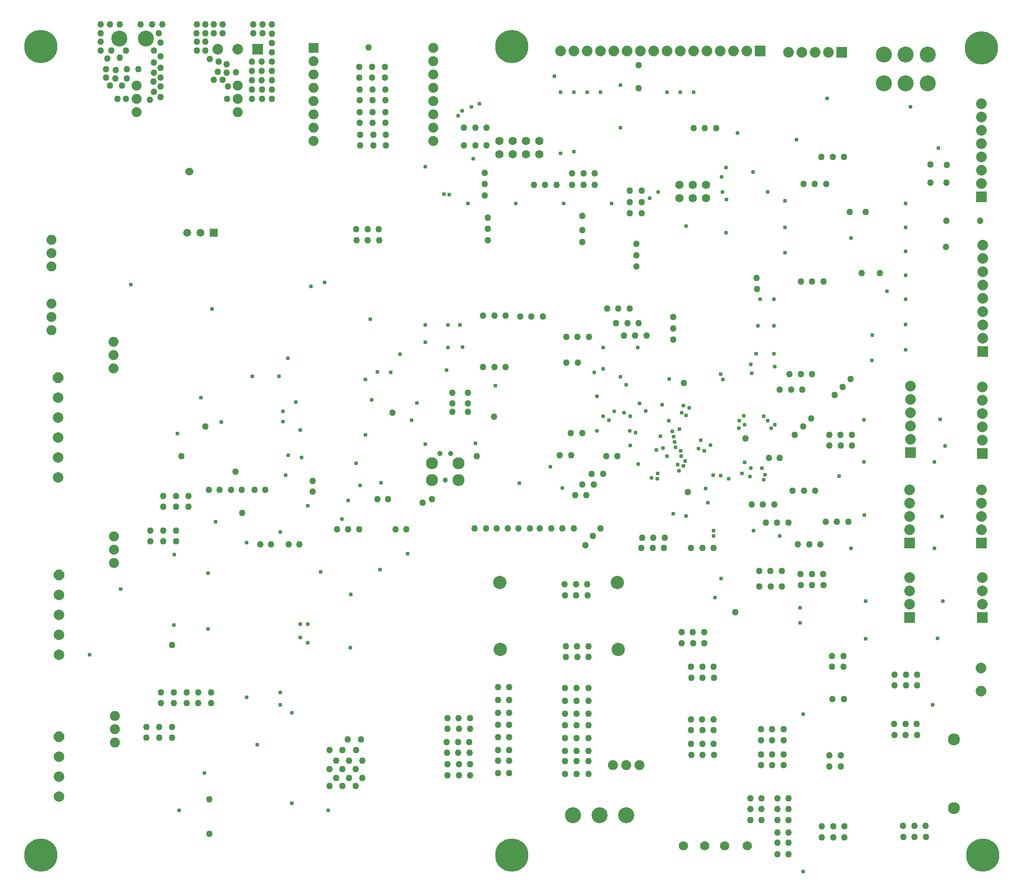
<source format=gbs>
G04*
G04 #@! TF.GenerationSoftware,Altium Limited,Altium Designer,20.0.2 (26)*
G04*
G04 Layer_Color=16711935*
%FSLAX25Y25*%
%MOIN*%
G70*
G01*
G75*
%ADD35C,0.03100*%
%ADD40R,0.08000X0.08000*%
%ADD60C,0.08000*%
%ADD61C,0.06000*%
%ADD62C,0.09055*%
%ADD63C,0.03900*%
%ADD64C,0.07500*%
%ADD65C,0.10000*%
%ADD66R,0.05906X0.05906*%
%ADD67C,0.05906*%
%ADD68R,0.08000X0.08000*%
%ADD69R,0.07480X0.07480*%
%ADD70C,0.07480*%
%ADD71C,0.06299*%
%ADD72C,0.12000*%
%ADD73C,0.07874*%
%ADD74P,0.08523X8X292.5*%
%ADD75C,0.07000*%
%ADD76C,0.25000*%
%ADD77C,0.05000*%
D35*
X491500Y320000D02*
D03*
X488500Y326000D02*
D03*
X483500Y324500D02*
D03*
X380506Y299476D02*
D03*
X291000Y396500D02*
D03*
X464000Y328000D02*
D03*
X463500Y339000D02*
D03*
X464000Y350000D02*
D03*
X443500D02*
D03*
X448000Y347000D02*
D03*
X459202Y352560D02*
D03*
X505316Y316200D02*
D03*
X515108Y325500D02*
D03*
X519500Y324000D02*
D03*
X504000Y312500D02*
D03*
X499500Y313500D02*
D03*
X517000Y332000D02*
D03*
X506000Y350500D02*
D03*
X508303Y356196D02*
D03*
X524220Y328377D02*
D03*
X532500Y530000D02*
D03*
X421500Y549000D02*
D03*
X411500Y547500D02*
D03*
X549889Y343596D02*
D03*
X545500Y341000D02*
D03*
X546000Y346500D02*
D03*
X549056Y350095D02*
D03*
X569911Y340965D02*
D03*
X591500Y206000D02*
D03*
Y194500D02*
D03*
X536100Y512800D02*
D03*
X532000Y381500D02*
D03*
X558500Y397000D02*
D03*
X485000Y518600D02*
D03*
X533250D02*
D03*
X567200D02*
D03*
X556300Y533700D02*
D03*
X641000Y182500D02*
D03*
X461000Y373500D02*
D03*
X533500Y377500D02*
D03*
X526166Y305597D02*
D03*
X520500Y295500D02*
D03*
X526500Y264000D02*
D03*
X576067Y260000D02*
D03*
X556500Y264000D02*
D03*
X88500Y449000D02*
D03*
X501000Y340222D02*
D03*
X554600Y310899D02*
D03*
X563000Y311000D02*
D03*
X146500Y190000D02*
D03*
Y232000D02*
D03*
X247039Y272436D02*
D03*
X274000Y383250D02*
D03*
X283877Y383000D02*
D03*
X437000Y383000D02*
D03*
X506000Y275000D02*
D03*
X621000Y305000D02*
D03*
X572596Y387360D02*
D03*
X555051Y382403D02*
D03*
X554500Y389000D02*
D03*
X692500Y315500D02*
D03*
X532232Y227783D02*
D03*
X413000Y296000D02*
D03*
X216791Y318796D02*
D03*
X258000Y314500D02*
D03*
X296500Y246500D02*
D03*
X216000Y339500D02*
D03*
X212500Y360500D02*
D03*
X560000Y418000D02*
D03*
X572000Y438000D02*
D03*
X580162Y511862D02*
D03*
X456500Y567000D02*
D03*
X175500Y138500D02*
D03*
X121038Y245814D02*
D03*
X152098Y270500D02*
D03*
X81000Y220000D02*
D03*
X469558Y401500D02*
D03*
X443500D02*
D03*
X443586Y385537D02*
D03*
X456500Y379500D02*
D03*
X224000Y447500D02*
D03*
X175531Y255000D02*
D03*
X251960Y286500D02*
D03*
X260999Y298000D02*
D03*
X269394Y362130D02*
D03*
X303500Y360000D02*
D03*
X439000Y365000D02*
D03*
Y339000D02*
D03*
X451696Y353500D02*
D03*
X471000Y359500D02*
D03*
X493000Y346500D02*
D03*
X495500Y338500D02*
D03*
X493058Y378000D02*
D03*
X538000Y303000D02*
D03*
X554000Y304500D02*
D03*
X549933Y315332D02*
D03*
X522337Y284832D02*
D03*
X531881Y305331D02*
D03*
X496035Y276476D02*
D03*
X500390Y308797D02*
D03*
X480000Y303500D02*
D03*
X484009Y302822D02*
D03*
X469938Y313755D02*
D03*
X404000Y312000D02*
D03*
X692500Y250500D02*
D03*
X629766D02*
D03*
X565133Y306001D02*
D03*
X564134Y349874D02*
D03*
X567160Y346533D02*
D03*
X526500Y260000D02*
D03*
X502140Y319808D02*
D03*
X346000Y543500D02*
D03*
X328000Y516500D02*
D03*
X183500Y103000D02*
D03*
X276000Y234500D02*
D03*
X253750Y215900D02*
D03*
X253500Y176000D02*
D03*
X221500Y193500D02*
D03*
X216000Y183500D02*
D03*
X221500Y179500D02*
D03*
X209500Y59000D02*
D03*
Y127000D02*
D03*
X221500Y282500D02*
D03*
X121000Y193000D02*
D03*
X205000Y305500D02*
D03*
X125000Y53500D02*
D03*
X143750Y81500D02*
D03*
X484500Y307000D02*
D03*
X231043Y232958D02*
D03*
X180000Y380000D02*
D03*
X200000D02*
D03*
X141098Y363968D02*
D03*
X123500Y337000D02*
D03*
X203000Y346000D02*
D03*
X206760Y320500D02*
D03*
X203000Y353500D02*
D03*
X156482Y345500D02*
D03*
X216000Y193500D02*
D03*
X362400Y372999D02*
D03*
X338000Y402000D02*
D03*
X336000Y418716D02*
D03*
X467717Y337608D02*
D03*
X544500Y563000D02*
D03*
X536000Y537000D02*
D03*
X478500Y514000D02*
D03*
X337500Y579500D02*
D03*
X334500Y576000D02*
D03*
X201000Y133000D02*
D03*
X475500Y354000D02*
D03*
X486500Y335000D02*
D03*
X264760Y377488D02*
D03*
X327000Y418500D02*
D03*
X310000Y405500D02*
D03*
X326000Y384500D02*
D03*
X347500Y329500D02*
D03*
X309745Y328960D02*
D03*
X276564Y300000D02*
D03*
X324000Y517000D02*
D03*
X309862Y537754D02*
D03*
X327000Y401500D02*
D03*
X488000Y358500D02*
D03*
X309862Y418716D02*
D03*
X344500Y582500D02*
D03*
X502500Y352500D02*
D03*
X504000Y358000D02*
D03*
X639513Y315750D02*
D03*
X700606Y327500D02*
D03*
X695501Y551500D02*
D03*
X497786Y326618D02*
D03*
X536000Y488000D02*
D03*
X561500Y438000D02*
D03*
X589001Y558000D02*
D03*
X496543Y334500D02*
D03*
X497148Y330611D02*
D03*
X502000Y324000D02*
D03*
X630000Y484000D02*
D03*
X234062Y450539D02*
D03*
X414000Y510000D02*
D03*
X506000Y493000D02*
D03*
X350500Y585000D02*
D03*
X441500Y593501D02*
D03*
X411500D02*
D03*
X421500D02*
D03*
X431500D02*
D03*
X268501Y423000D02*
D03*
X548000Y307000D02*
D03*
X572000Y397001D02*
D03*
Y418001D02*
D03*
X572596Y343596D02*
D03*
X149500Y430501D02*
D03*
X646001Y411000D02*
D03*
X645501Y392000D02*
D03*
X564134Y302190D02*
D03*
X656866Y443984D02*
D03*
X449870Y510000D02*
D03*
X456501Y598839D02*
D03*
X491500Y593501D02*
D03*
X501500D02*
D03*
X511500D02*
D03*
X594000Y7500D02*
D03*
Y125937D02*
D03*
X527455Y213500D02*
D03*
X695000Y183000D02*
D03*
X691063Y132937D02*
D03*
X639500Y347272D02*
D03*
X698260Y274500D02*
D03*
X612000Y589000D02*
D03*
X641000Y211000D02*
D03*
X699000D02*
D03*
X697000Y347500D02*
D03*
X640000Y275500D02*
D03*
X670844Y399870D02*
D03*
X671000Y419000D02*
D03*
X670844Y437870D02*
D03*
X671000Y456000D02*
D03*
X670844Y473870D02*
D03*
Y491870D02*
D03*
Y509761D02*
D03*
X580093Y472870D02*
D03*
Y491870D02*
D03*
X377870Y510000D02*
D03*
X341870D02*
D03*
X299539Y346942D02*
D03*
X264760Y335776D02*
D03*
X206501Y393500D02*
D03*
X237000Y53500D02*
D03*
X201000Y142260D02*
D03*
Y263064D02*
D03*
X57433Y170500D02*
D03*
X674500Y582500D02*
D03*
X407000Y605500D02*
D03*
D40*
X184000Y626000D02*
D03*
X561500Y624500D02*
D03*
X623000Y623500D02*
D03*
D60*
X169000Y626000D02*
D03*
X154000D02*
D03*
X727530Y160653D02*
D03*
Y143347D02*
D03*
X411500Y624500D02*
D03*
X421500D02*
D03*
X431500Y624500D02*
D03*
X441500Y624500D02*
D03*
X451500Y624500D02*
D03*
X461500Y624500D02*
D03*
X471500D02*
D03*
X481500Y624500D02*
D03*
X491500D02*
D03*
X501500Y624500D02*
D03*
X511500D02*
D03*
X521500Y624500D02*
D03*
X531500D02*
D03*
X541500D02*
D03*
X551500Y624500D02*
D03*
X728500Y372000D02*
D03*
Y362000D02*
D03*
Y352000D02*
D03*
Y342000D02*
D03*
Y332000D02*
D03*
X729000Y408500D02*
D03*
Y478500D02*
D03*
Y468500D02*
D03*
Y458500D02*
D03*
Y448500D02*
D03*
Y438500D02*
D03*
Y428500D02*
D03*
Y418500D02*
D03*
X583000Y623500D02*
D03*
X593000D02*
D03*
X603000D02*
D03*
X613000D02*
D03*
X728000Y585000D02*
D03*
Y575000D02*
D03*
Y565000D02*
D03*
Y555000D02*
D03*
Y545000D02*
D03*
Y535000D02*
D03*
Y525000D02*
D03*
X674500Y372500D02*
D03*
Y362500D02*
D03*
Y352500D02*
D03*
Y342500D02*
D03*
Y332500D02*
D03*
X674000Y294500D02*
D03*
Y284500D02*
D03*
Y274500D02*
D03*
Y264500D02*
D03*
X728000Y294500D02*
D03*
Y284500D02*
D03*
Y274500D02*
D03*
Y264500D02*
D03*
X728500Y228500D02*
D03*
Y218500D02*
D03*
Y208500D02*
D03*
X674000Y228500D02*
D03*
Y218500D02*
D03*
Y208500D02*
D03*
D61*
X132564Y533874D02*
D03*
D62*
X335000Y314500D02*
D03*
X315000D02*
D03*
X335000Y302000D02*
D03*
X315000D02*
D03*
X707094Y55134D02*
D03*
Y106866D02*
D03*
D63*
X325000Y302000D02*
D03*
X321000Y322000D02*
D03*
X329000D02*
D03*
D64*
X75500Y386000D02*
D03*
Y396000D02*
D03*
Y406000D02*
D03*
X93000Y598500D02*
D03*
Y588500D02*
D03*
Y578500D02*
D03*
X169000Y598500D02*
D03*
Y588500D02*
D03*
Y578500D02*
D03*
X76000Y239500D02*
D03*
Y249500D02*
D03*
Y259500D02*
D03*
X76500Y104500D02*
D03*
Y114500D02*
D03*
Y124500D02*
D03*
X29000Y414500D02*
D03*
Y424500D02*
D03*
Y434500D02*
D03*
Y462500D02*
D03*
Y472500D02*
D03*
Y482500D02*
D03*
X471000Y87500D02*
D03*
X461000D02*
D03*
X451000D02*
D03*
D65*
X366210Y174500D02*
D03*
X454790D02*
D03*
X454290Y225000D02*
D03*
X365710D02*
D03*
D66*
X151000Y488000D02*
D03*
D67*
X141000D02*
D03*
X131000D02*
D03*
D68*
X728500Y322000D02*
D03*
X729000Y398500D02*
D03*
X728000Y515000D02*
D03*
X674500Y322500D02*
D03*
X674000Y254500D02*
D03*
X728000D02*
D03*
X728500Y198500D02*
D03*
X674000D02*
D03*
D69*
X226000Y627000D02*
D03*
D70*
Y617000D02*
D03*
Y607000D02*
D03*
Y597000D02*
D03*
Y587000D02*
D03*
Y577000D02*
D03*
Y567000D02*
D03*
Y557000D02*
D03*
X316000D02*
D03*
Y567000D02*
D03*
Y577000D02*
D03*
Y587000D02*
D03*
Y597000D02*
D03*
Y607000D02*
D03*
Y617000D02*
D03*
Y627000D02*
D03*
D71*
X365500Y547000D02*
D03*
Y557000D02*
D03*
X375500Y547000D02*
D03*
Y557000D02*
D03*
X385500Y547000D02*
D03*
Y557000D02*
D03*
X395500D02*
D03*
Y547000D02*
D03*
X521000Y524000D02*
D03*
Y514000D02*
D03*
X511000Y524000D02*
D03*
Y514000D02*
D03*
X501000Y524000D02*
D03*
Y514000D02*
D03*
D72*
X100000Y634000D02*
D03*
X80000D02*
D03*
X654465Y621827D02*
D03*
X671000D02*
D03*
X687535D02*
D03*
Y600173D02*
D03*
X671000D02*
D03*
X654465D02*
D03*
X421000Y50000D02*
D03*
X441000D02*
D03*
X461000D02*
D03*
D73*
X34500Y64000D02*
D03*
Y94000D02*
D03*
Y79000D02*
D03*
Y200500D02*
D03*
Y215500D02*
D03*
Y185500D02*
D03*
Y170500D02*
D03*
X34000Y319000D02*
D03*
Y334000D02*
D03*
Y364000D02*
D03*
Y349000D02*
D03*
Y304000D02*
D03*
D74*
X34500Y109000D02*
D03*
Y230500D02*
D03*
X34000Y379000D02*
D03*
D75*
X552000Y27000D02*
D03*
X535000D02*
D03*
X520000D02*
D03*
X504000D02*
D03*
D76*
X375000Y20000D02*
D03*
X21000Y628000D02*
D03*
X375000D02*
D03*
X729000Y20000D02*
D03*
X728000Y627000D02*
D03*
X21000Y20000D02*
D03*
D77*
X430124Y253000D02*
D03*
X361500Y349641D02*
D03*
X139324Y142260D02*
D03*
X148911Y134260D02*
D03*
Y142260D02*
D03*
X139324Y134260D02*
D03*
X468551Y462539D02*
D03*
Y479539D02*
D03*
Y471039D02*
D03*
X357000Y482300D02*
D03*
Y499300D02*
D03*
Y490800D02*
D03*
X354500Y516000D02*
D03*
Y533000D02*
D03*
Y524500D02*
D03*
X339000Y553500D02*
D03*
X356000D02*
D03*
X347500D02*
D03*
X339000Y567000D02*
D03*
X356000D02*
D03*
X347500D02*
D03*
X391500Y524000D02*
D03*
X408500D02*
D03*
X400000D02*
D03*
X420329D02*
D03*
X437329D02*
D03*
X428829D02*
D03*
X511500Y566595D02*
D03*
X528500D02*
D03*
X520000D02*
D03*
X472350Y502518D02*
D03*
Y519518D02*
D03*
Y511018D02*
D03*
X463350Y502518D02*
D03*
Y519518D02*
D03*
Y511018D02*
D03*
X330248Y367478D02*
D03*
X341937D02*
D03*
X330311Y353280D02*
D03*
X342000D02*
D03*
X467524Y410500D02*
D03*
X459024D02*
D03*
X476024D02*
D03*
X496035Y416062D02*
D03*
Y424562D02*
D03*
Y407562D02*
D03*
X428829Y532583D02*
D03*
X437329D02*
D03*
X420329D02*
D03*
X616063Y545001D02*
D03*
X624563D02*
D03*
X607563D02*
D03*
X602606Y524539D02*
D03*
X611106D02*
D03*
X594106D02*
D03*
X600620Y451150D02*
D03*
X609120D02*
D03*
X592120D02*
D03*
X574300Y270000D02*
D03*
X582800D02*
D03*
X565800D02*
D03*
X569500Y222000D02*
D03*
X578000D02*
D03*
X561000D02*
D03*
X569300Y233461D02*
D03*
X577800D02*
D03*
X560800D02*
D03*
X598500Y253500D02*
D03*
X607000D02*
D03*
X590000D02*
D03*
X619177Y270563D02*
D03*
X627677D02*
D03*
X610677D02*
D03*
X622073Y86580D02*
D03*
X613573D02*
D03*
X622011Y94779D02*
D03*
X613511D02*
D03*
X624366Y137249D02*
D03*
X615866D02*
D03*
X583000Y37063D02*
D03*
X574500D02*
D03*
X583000Y29125D02*
D03*
X574500D02*
D03*
X583000Y20688D02*
D03*
X574500D02*
D03*
X583000Y62610D02*
D03*
X574500D02*
D03*
X583000Y54672D02*
D03*
X574500D02*
D03*
X583000Y46235D02*
D03*
X574500D02*
D03*
X562150Y87519D02*
D03*
X579150D02*
D03*
X570650D02*
D03*
X562088Y95719D02*
D03*
X579088D02*
D03*
X570588D02*
D03*
X615606Y169628D02*
D03*
X624106D02*
D03*
X615668Y161428D02*
D03*
X624168D02*
D03*
X504287Y374808D02*
D03*
X267158Y627200D02*
D03*
X172200Y277200D02*
D03*
X167200Y308202D02*
D03*
X144648Y342400D02*
D03*
X147488Y61774D02*
D03*
X507042Y292904D02*
D03*
X550599Y333174D02*
D03*
X470200Y613800D02*
D03*
Y596500D02*
D03*
X559000Y453800D02*
D03*
X559100Y445700D02*
D03*
X258062Y482300D02*
D03*
X275062D02*
D03*
X266562D02*
D03*
X258000Y490500D02*
D03*
X275000D02*
D03*
X266500D02*
D03*
X326624Y80019D02*
D03*
X343624D02*
D03*
X335124D02*
D03*
X326562Y88219D02*
D03*
X343562D02*
D03*
X335062D02*
D03*
X326062Y96800D02*
D03*
X343062D02*
D03*
X334562D02*
D03*
X326000Y105000D02*
D03*
X343000D02*
D03*
X334500D02*
D03*
X326562Y114800D02*
D03*
X343562D02*
D03*
X335062D02*
D03*
X326500Y123000D02*
D03*
X343500D02*
D03*
X335000D02*
D03*
X509562Y113800D02*
D03*
X526562D02*
D03*
X518062D02*
D03*
X509500Y122000D02*
D03*
X526500D02*
D03*
X518000D02*
D03*
X509703Y95300D02*
D03*
X526704D02*
D03*
X518203D02*
D03*
X509642Y103500D02*
D03*
X526642D02*
D03*
X518142D02*
D03*
X509703Y153313D02*
D03*
X526704D02*
D03*
X518203D02*
D03*
X509642Y161513D02*
D03*
X526642D02*
D03*
X518142D02*
D03*
X662632Y147428D02*
D03*
X679632D02*
D03*
X671132D02*
D03*
X662570Y155628D02*
D03*
X679570D02*
D03*
X671070D02*
D03*
X669066Y33637D02*
D03*
X686066D02*
D03*
X677566D02*
D03*
X669004Y41837D02*
D03*
X686004D02*
D03*
X677504D02*
D03*
X608004Y33387D02*
D03*
X625004D02*
D03*
X616504D02*
D03*
X607942Y41587D02*
D03*
X624942D02*
D03*
X616442D02*
D03*
X424000Y176994D02*
D03*
X432500D02*
D03*
X415500D02*
D03*
X424062Y168794D02*
D03*
X432562D02*
D03*
X415562D02*
D03*
X423124Y223500D02*
D03*
X431624D02*
D03*
X414624D02*
D03*
X423186Y215300D02*
D03*
X431686D02*
D03*
X414686D02*
D03*
X670799Y118500D02*
D03*
X679299D02*
D03*
X662299D02*
D03*
X670861Y110300D02*
D03*
X679361D02*
D03*
X662361D02*
D03*
X570588Y114550D02*
D03*
X579088D02*
D03*
X562088D02*
D03*
X570650Y106350D02*
D03*
X579150D02*
D03*
X562150D02*
D03*
X373000Y146118D02*
D03*
X364500D02*
D03*
X373000Y136531D02*
D03*
X364500D02*
D03*
X373000Y126818D02*
D03*
X364500D02*
D03*
X373000Y118087D02*
D03*
X364500D02*
D03*
X373000Y108500D02*
D03*
X364500D02*
D03*
X373000Y98787D02*
D03*
X364500D02*
D03*
X373000Y91087D02*
D03*
X364500D02*
D03*
X373000Y81500D02*
D03*
X364500D02*
D03*
X100111Y116260D02*
D03*
Y108260D02*
D03*
X109824Y116260D02*
D03*
Y108260D02*
D03*
X119411Y116260D02*
D03*
Y108260D02*
D03*
X111111Y142260D02*
D03*
X120824Y134260D02*
D03*
X130411Y142260D02*
D03*
Y134260D02*
D03*
X120824Y142260D02*
D03*
X111111Y134260D02*
D03*
X279800Y570500D02*
D03*
Y578500D02*
D03*
X270213Y570500D02*
D03*
Y578500D02*
D03*
X260500Y570500D02*
D03*
Y578500D02*
D03*
X261000Y561500D02*
D03*
Y553500D02*
D03*
X270713Y561500D02*
D03*
Y553500D02*
D03*
X280300Y561500D02*
D03*
Y553500D02*
D03*
X279800Y587500D02*
D03*
Y595500D02*
D03*
X270213Y587500D02*
D03*
Y595500D02*
D03*
X260500Y587500D02*
D03*
Y595500D02*
D03*
X260200Y612500D02*
D03*
Y604500D02*
D03*
X269913Y612500D02*
D03*
Y604500D02*
D03*
X279500Y612500D02*
D03*
Y604500D02*
D03*
X432491Y145618D02*
D03*
X432491Y136031D02*
D03*
X432491Y126318D02*
D03*
Y117587D02*
D03*
X432491Y108000D02*
D03*
X432491Y98287D02*
D03*
Y90587D02*
D03*
X432491Y81000D02*
D03*
X415000D02*
D03*
X423500D02*
D03*
X415000Y90587D02*
D03*
X423500D02*
D03*
X415000Y98287D02*
D03*
X423500D02*
D03*
X415000Y108000D02*
D03*
X423500D02*
D03*
X415000Y117587D02*
D03*
X423500D02*
D03*
X415000Y126318D02*
D03*
X423500D02*
D03*
X415000Y136031D02*
D03*
X423500D02*
D03*
X415000Y145618D02*
D03*
X423500D02*
D03*
X103287Y264000D02*
D03*
Y256000D02*
D03*
X113000Y264000D02*
D03*
Y256000D02*
D03*
X122587Y264000D02*
D03*
Y256000D02*
D03*
X189500Y294500D02*
D03*
X181500D02*
D03*
X172000D02*
D03*
X164000D02*
D03*
X155297D02*
D03*
X147297D02*
D03*
X132000Y282000D02*
D03*
Y290000D02*
D03*
X122413Y282000D02*
D03*
Y290000D02*
D03*
X112700Y282000D02*
D03*
Y290000D02*
D03*
X185806Y253752D02*
D03*
X193806D02*
D03*
X215307D02*
D03*
X207307D02*
D03*
X225063Y301300D02*
D03*
Y293300D02*
D03*
X315000Y287644D02*
D03*
X308000Y285000D02*
D03*
X273717Y287500D02*
D03*
X281717D02*
D03*
X285261Y352684D02*
D03*
X361768Y386961D02*
D03*
X353268D02*
D03*
X370268D02*
D03*
X416000Y390224D02*
D03*
X424500D02*
D03*
X348437Y320000D02*
D03*
X342000Y359728D02*
D03*
X330311D02*
D03*
X568012Y318645D02*
D03*
X576179D02*
D03*
X586000Y294000D02*
D03*
X603000D02*
D03*
X594500D02*
D03*
X555051Y283486D02*
D03*
X572051D02*
D03*
X563551D02*
D03*
X701311Y477272D02*
D03*
X727000Y497000D02*
D03*
X701405D02*
D03*
X702000Y539000D02*
D03*
X701500Y525500D02*
D03*
X689595D02*
D03*
X689500Y539094D02*
D03*
X470196Y419926D02*
D03*
X453196D02*
D03*
X461696D02*
D03*
X463500Y431000D02*
D03*
X446500D02*
D03*
X455000D02*
D03*
X432681Y409631D02*
D03*
X415681D02*
D03*
X424181D02*
D03*
X398057Y424937D02*
D03*
X381057D02*
D03*
X389557D02*
D03*
X370268Y425437D02*
D03*
X353268D02*
D03*
X361768D02*
D03*
X593735Y342367D02*
D03*
X599745Y348377D02*
D03*
X587500Y336000D02*
D03*
X623510Y371854D02*
D03*
X629521Y377864D02*
D03*
X617500Y365843D02*
D03*
X584679Y370040D02*
D03*
X593179D02*
D03*
X576179D02*
D03*
X592120Y381750D02*
D03*
X600620D02*
D03*
X583620D02*
D03*
X613562Y327800D02*
D03*
X630562D02*
D03*
X622062D02*
D03*
X613500Y336000D02*
D03*
X630500D02*
D03*
X622000D02*
D03*
X592062Y223073D02*
D03*
X609062D02*
D03*
X600562D02*
D03*
X592000Y231273D02*
D03*
X609000D02*
D03*
X600500D02*
D03*
X518142Y250800D02*
D03*
X526642D02*
D03*
X509642D02*
D03*
X511000Y187500D02*
D03*
X519500D02*
D03*
X502500D02*
D03*
X511062Y179300D02*
D03*
X519562D02*
D03*
X502562D02*
D03*
X472282Y250800D02*
D03*
X489282D02*
D03*
X480782D02*
D03*
X472720Y258500D02*
D03*
X489720D02*
D03*
X481220D02*
D03*
X411000Y320500D02*
D03*
X419500D02*
D03*
X427790Y337415D02*
D03*
X419290D02*
D03*
X441500Y265500D02*
D03*
X436000Y260000D02*
D03*
X641000Y503500D02*
D03*
X628777Y503512D02*
D03*
X638000Y457500D02*
D03*
X651500D02*
D03*
X554039Y46117D02*
D03*
X562539D02*
D03*
X554039Y54554D02*
D03*
X562539D02*
D03*
X554039Y62492D02*
D03*
X562539D02*
D03*
X445790Y319808D02*
D03*
X454290D02*
D03*
X435000Y306461D02*
D03*
X443500D02*
D03*
X428000Y298500D02*
D03*
X436500D02*
D03*
X422500Y290500D02*
D03*
X431000D02*
D03*
X413000Y265500D02*
D03*
X421500D02*
D03*
X396000D02*
D03*
X404500D02*
D03*
X380000D02*
D03*
X388500D02*
D03*
X363500D02*
D03*
X372000D02*
D03*
X355500D02*
D03*
X347000D02*
D03*
X260160Y265032D02*
D03*
X252000Y265000D02*
D03*
X243500Y265032D02*
D03*
X295500Y265000D02*
D03*
X287500D02*
D03*
X427963Y480949D02*
D03*
X428000Y490000D02*
D03*
Y500500D02*
D03*
X543000Y202500D02*
D03*
X126564Y320016D02*
D03*
X119541Y178016D02*
D03*
X65905Y644500D02*
D03*
X147500Y36000D02*
D03*
X247500Y99000D02*
D03*
X160967Y588500D02*
D03*
X194500D02*
D03*
X187250D02*
D03*
X179500D02*
D03*
Y616500D02*
D03*
X180500Y644500D02*
D03*
X194500Y623500D02*
D03*
Y630500D02*
D03*
X238000Y99000D02*
D03*
X258000D02*
D03*
X251500Y107004D02*
D03*
X261500D02*
D03*
X243000Y91004D02*
D03*
X252500D02*
D03*
X262500D02*
D03*
X238000Y84752D02*
D03*
X247500D02*
D03*
X257500D02*
D03*
X243000Y78004D02*
D03*
X252500D02*
D03*
X262500D02*
D03*
X257500Y72000D02*
D03*
X247500D02*
D03*
X238000D02*
D03*
X187250Y595500D02*
D03*
X179500D02*
D03*
X194500D02*
D03*
X187000Y602500D02*
D03*
X179500D02*
D03*
X187000Y609500D02*
D03*
X194500Y602500D02*
D03*
Y609500D02*
D03*
X179500D02*
D03*
X187000Y616500D02*
D03*
X194500D02*
D03*
Y637500D02*
D03*
X187500Y638000D02*
D03*
X180500D02*
D03*
X194500Y644500D02*
D03*
X187500D02*
D03*
X161500Y598000D02*
D03*
X157500Y603000D02*
D03*
X151000Y603000D02*
D03*
X167500Y608500D02*
D03*
X160500Y608150D02*
D03*
X154000Y609000D02*
D03*
X160500Y614500D02*
D03*
X154386Y616650D02*
D03*
X148000Y618500D02*
D03*
X144500Y625000D02*
D03*
X138064D02*
D03*
X144500Y631500D02*
D03*
X138064D02*
D03*
X157500Y638000D02*
D03*
X151000D02*
D03*
X144500D02*
D03*
X138000D02*
D03*
X157500Y644500D02*
D03*
X151000D02*
D03*
X144500D02*
D03*
X138064D02*
D03*
X78500Y588500D02*
D03*
X85000D02*
D03*
X103000Y587906D02*
D03*
X111000Y590000D02*
D03*
X106000Y594000D02*
D03*
X111000Y598000D02*
D03*
X105600Y601750D02*
D03*
X111000Y604500D02*
D03*
X106000Y608150D02*
D03*
X111000Y612000D02*
D03*
X106000Y615960D02*
D03*
X111000Y620500D02*
D03*
X106000Y625000D02*
D03*
X111000Y631000D02*
D03*
X109500Y638000D02*
D03*
X112114Y644500D02*
D03*
X104480D02*
D03*
X96000D02*
D03*
X82000Y598500D02*
D03*
X73000D02*
D03*
X85500Y604000D02*
D03*
X77000D02*
D03*
X70000Y604500D02*
D03*
X94233Y611039D02*
D03*
X85500D02*
D03*
X77150Y610350D02*
D03*
X69937Y610999D02*
D03*
X84967Y625000D02*
D03*
X80016Y619500D02*
D03*
X70850Y618800D02*
D03*
X74000Y625000D02*
D03*
X66000D02*
D03*
Y631500D02*
D03*
Y638000D02*
D03*
X80016Y644500D02*
D03*
X73000D02*
D03*
M02*

</source>
